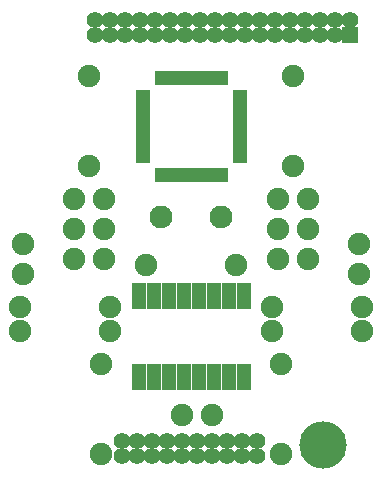
<source format=gts>
G04 (created by PCBNEW-RS274X (2012-apr-16-27)-stable) date dim. 02 juin 2013 12:31:59 CST*
G01*
G70*
G90*
%MOIN*%
G04 Gerber Fmt 3.4, Leading zero omitted, Abs format*
%FSLAX34Y34*%
G04 APERTURE LIST*
%ADD10C,0.006000*%
%ADD11C,0.055400*%
%ADD12R,0.055400X0.055400*%
%ADD13C,0.157800*%
%ADD14C,0.075000*%
%ADD15R,0.051500X0.029800*%
%ADD16R,0.051500X0.029900*%
%ADD17R,0.029800X0.051500*%
%ADD18R,0.029900X0.051500*%
%ADD19R,0.050000X0.087500*%
%ADD20C,0.076000*%
G04 APERTURE END LIST*
G54D10*
G54D11*
X53187Y-34198D03*
X52687Y-34198D03*
X52187Y-34198D03*
X51687Y-34198D03*
X51187Y-34198D03*
X50687Y-34198D03*
X50187Y-34198D03*
X49687Y-34198D03*
X49187Y-34198D03*
X48687Y-34198D03*
X48687Y-33698D03*
X49187Y-33698D03*
X49687Y-33698D03*
X50187Y-33698D03*
X50687Y-33698D03*
X51187Y-33698D03*
X51687Y-33698D03*
X52187Y-33698D03*
X52687Y-33698D03*
X53187Y-33698D03*
G54D12*
X56301Y-20143D03*
G54D11*
X56301Y-19643D03*
X55801Y-20143D03*
X55801Y-19643D03*
X55301Y-20143D03*
X55301Y-19643D03*
X54801Y-20143D03*
X54801Y-19643D03*
X54301Y-20143D03*
X54301Y-19643D03*
X53801Y-20143D03*
X53801Y-19643D03*
X53301Y-20143D03*
X53301Y-19643D03*
X52801Y-20143D03*
X52801Y-19643D03*
X52301Y-20143D03*
X52301Y-19643D03*
X51801Y-20143D03*
X51801Y-19643D03*
X51301Y-20143D03*
X51301Y-19643D03*
X50801Y-20143D03*
X50801Y-19643D03*
X50301Y-20143D03*
X50301Y-19643D03*
X49801Y-20143D03*
X49801Y-19643D03*
X49301Y-20143D03*
X49301Y-19643D03*
X48801Y-20143D03*
X48801Y-19643D03*
X48301Y-20143D03*
X48301Y-19643D03*
X47801Y-20143D03*
X47801Y-19643D03*
G54D13*
X55380Y-33813D03*
G54D14*
X49500Y-27800D03*
X52500Y-27800D03*
X54000Y-34100D03*
X54000Y-31100D03*
X48000Y-34100D03*
X48000Y-31100D03*
X53700Y-30000D03*
X56700Y-30000D03*
X45300Y-29200D03*
X48300Y-29200D03*
X53700Y-29200D03*
X56700Y-29200D03*
X45300Y-30000D03*
X48300Y-30000D03*
X54400Y-24500D03*
X54400Y-21500D03*
X47600Y-24500D03*
X47600Y-21500D03*
G54D15*
X52613Y-22118D03*
G54D16*
X52613Y-22315D03*
X52613Y-22512D03*
X52613Y-22709D03*
G54D15*
X52613Y-22905D03*
X52613Y-23102D03*
X52613Y-23298D03*
X52613Y-23495D03*
G54D16*
X52613Y-23691D03*
X52613Y-23888D03*
X52613Y-24085D03*
G54D15*
X52613Y-24282D03*
G54D17*
X52082Y-24813D03*
G54D18*
X51885Y-24813D03*
X51688Y-24813D03*
X51491Y-24813D03*
G54D17*
X51295Y-24813D03*
X51098Y-24813D03*
X50902Y-24813D03*
X50705Y-24813D03*
G54D18*
X50509Y-24813D03*
X50312Y-24813D03*
X50115Y-24813D03*
G54D17*
X49918Y-24813D03*
G54D15*
X49387Y-22118D03*
G54D16*
X49387Y-22315D03*
X49387Y-22512D03*
X49387Y-22709D03*
G54D15*
X49387Y-22905D03*
X49387Y-23102D03*
X49387Y-23298D03*
X49387Y-23495D03*
G54D16*
X49387Y-23691D03*
X49387Y-23888D03*
X49387Y-24085D03*
G54D15*
X49387Y-24282D03*
G54D17*
X52082Y-21587D03*
G54D18*
X51885Y-21587D03*
X51688Y-21587D03*
X51491Y-21587D03*
G54D17*
X51295Y-21587D03*
X51098Y-21587D03*
X50902Y-21587D03*
X50705Y-21587D03*
G54D18*
X50509Y-21587D03*
X50312Y-21587D03*
X50115Y-21587D03*
G54D17*
X49918Y-21587D03*
G54D19*
X49250Y-31550D03*
X49750Y-31550D03*
X50250Y-31550D03*
X50750Y-31550D03*
X51250Y-31550D03*
X51750Y-31550D03*
X52250Y-31550D03*
X52750Y-31550D03*
X52750Y-28850D03*
X52250Y-28850D03*
X51750Y-28850D03*
X51250Y-28850D03*
X50750Y-28850D03*
X50250Y-28850D03*
X49750Y-28850D03*
X49250Y-28850D03*
G54D20*
X50000Y-26200D03*
X52000Y-26200D03*
G54D14*
X51700Y-32800D03*
X50700Y-32800D03*
X54900Y-25600D03*
X53900Y-25600D03*
X47100Y-25600D03*
X48100Y-25600D03*
X56600Y-28100D03*
X56600Y-27100D03*
X45400Y-28100D03*
X45400Y-27100D03*
X53900Y-27600D03*
X54900Y-27600D03*
X53900Y-26600D03*
X54900Y-26600D03*
X48100Y-27600D03*
X47100Y-27600D03*
X48100Y-26600D03*
X47100Y-26600D03*
M02*

</source>
